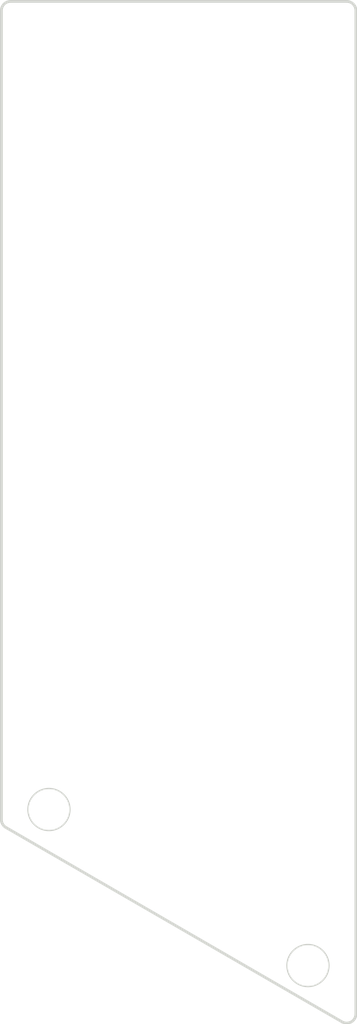
<source format=kicad_pcb>
(kicad_pcb (version 20240108) (generator "pcbnew") (generator_version "8.0")
  (title_block (title "controller_overlay") (date "2025-07-09") (rev "0.2") (company "ceoloide"))
  (layers (0 "F.Cu" signal) (31 "B.Cu" signal) (34 "B.Paste" user) (35 "F.Paste" user) (36 "B.SilkS" user "B.Silkscreen") (37 "F.SilkS" user "F.Silkscreen") (38 "B.Mask" user) (39 "F.Mask" user) (44 "Edge.Cuts" user))
  (net 0 "")
  (footprint "ceoloide:mounting_hole_npth" (layer "F.Cu") (at 204.927 100.4385)
    (property "Reference" "MH1" (hide yes))
    (property "Value" "")
    (pad "" np_thru_hole circle (at 0 0) (size 2.2 2.2) (drill 2.2) (layers "*.Cu" "*.Mask"))
  )
  (footprint "ceoloide:mounting_hole_npth" (layer "F.Cu") (at 218.969 108.8825)
    (property "Reference" "MH2" (hide yes))
    (property "Value" "")
    (pad "" np_thru_hole circle (at 0 0) (size 2.2 2.2) (drill 2.2) (layers "*.Cu" "*.Mask"))
  )
  (gr_line (start 202.348 100.978153) (end 202.348 57.2025) (stroke (width 0.15)) (layer "Edge.Cuts"))
  (gr_arc (start 221.568 111.497475) (mid 221.317996 111.930474) (end 220.818 111.930487) (stroke (width 0.15)) (layer "Edge.Cuts"))
  (gr_line (start 220.818 111.930487) (end 202.598 101.411165) (stroke (width 0.15)) (layer "Edge.Cuts"))
  (gr_arc (start 202.348 57.2025) (mid 202.494447 56.848947) (end 202.848 56.7025) (stroke (width 0.15)) (layer "Edge.Cuts"))
  (gr_line (start 202.848 56.7025) (end 221.068 56.7025) (stroke (width 0.15)) (layer "Edge.Cuts"))
  (gr_arc (start 202.598 101.411165) (mid 202.415005 101.228149) (end 202.348 100.978153) (stroke (width 0.15)) (layer "Edge.Cuts"))
  (gr_circle (center 218.969 108.8825) (end 220.069 108.8825) (stroke (width 0.15)) (fill none) (layer "Edge.Cuts"))
  (gr_arc (start 221.068 56.7025) (mid 221.421553 56.848947) (end 221.568 57.2025) (stroke (width 0.15)) (layer "Edge.Cuts"))
  (gr_circle (center 204.927 100.4385) (end 206.027 100.4385) (stroke (width 0.15)) (fill none) (layer "Edge.Cuts"))
  (gr_line (start 221.568 57.2025) (end 221.568 111.497475) (stroke (width 0.15)) (layer "Edge.Cuts"))
)
</source>
